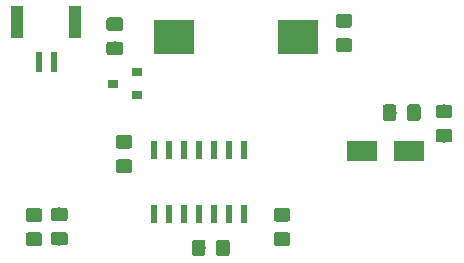
<source format=gbr>
G04 #@! TF.GenerationSoftware,KiCad,Pcbnew,(5.0.0)*
G04 #@! TF.CreationDate,2019-01-08T22:48:22-05:00*
G04 #@! TF.ProjectId,PoE PSE,506F45205053452E6B696361645F7063,rev?*
G04 #@! TF.SameCoordinates,Original*
G04 #@! TF.FileFunction,Paste,Top*
G04 #@! TF.FilePolarity,Positive*
%FSLAX46Y46*%
G04 Gerber Fmt 4.6, Leading zero omitted, Abs format (unit mm)*
G04 Created by KiCad (PCBNEW (5.0.0)) date 01/08/19 22:48:22*
%MOMM*%
%LPD*%
G01*
G04 APERTURE LIST*
%ADD10R,2.500000X1.700000*%
%ADD11R,3.500000X3.000000*%
%ADD12R,0.900000X0.800000*%
%ADD13C,0.100000*%
%ADD14C,1.150000*%
%ADD15R,0.600000X1.700000*%
%ADD16R,1.000000X2.800000*%
%ADD17R,0.600000X1.500000*%
G04 APERTURE END LIST*
D10*
G04 #@! TO.C,D3*
X144113000Y-107315000D03*
X140113000Y-107315000D03*
G04 #@! TD*
D11*
G04 #@! TO.C,L1*
X134686040Y-97693480D03*
X124186040Y-97693480D03*
G04 #@! TD*
D12*
G04 #@! TO.C,D2*
X121078500Y-102547460D03*
X121078500Y-100647460D03*
X119078500Y-101597460D03*
G04 #@! TD*
D13*
G04 #@! TO.C,C1*
G36*
X120449598Y-108008773D02*
X120473866Y-108012373D01*
X120497665Y-108018334D01*
X120520764Y-108026599D01*
X120542943Y-108037089D01*
X120563986Y-108049701D01*
X120583692Y-108064316D01*
X120601870Y-108080792D01*
X120618346Y-108098970D01*
X120632961Y-108118676D01*
X120645573Y-108139719D01*
X120656063Y-108161898D01*
X120664328Y-108184997D01*
X120670289Y-108208796D01*
X120673889Y-108233064D01*
X120675093Y-108257568D01*
X120675093Y-108907570D01*
X120673889Y-108932074D01*
X120670289Y-108956342D01*
X120664328Y-108980141D01*
X120656063Y-109003240D01*
X120645573Y-109025419D01*
X120632961Y-109046462D01*
X120618346Y-109066168D01*
X120601870Y-109084346D01*
X120583692Y-109100822D01*
X120563986Y-109115437D01*
X120542943Y-109128049D01*
X120520764Y-109138539D01*
X120497665Y-109146804D01*
X120473866Y-109152765D01*
X120449598Y-109156365D01*
X120425094Y-109157569D01*
X119525092Y-109157569D01*
X119500588Y-109156365D01*
X119476320Y-109152765D01*
X119452521Y-109146804D01*
X119429422Y-109138539D01*
X119407243Y-109128049D01*
X119386200Y-109115437D01*
X119366494Y-109100822D01*
X119348316Y-109084346D01*
X119331840Y-109066168D01*
X119317225Y-109046462D01*
X119304613Y-109025419D01*
X119294123Y-109003240D01*
X119285858Y-108980141D01*
X119279897Y-108956342D01*
X119276297Y-108932074D01*
X119275093Y-108907570D01*
X119275093Y-108257568D01*
X119276297Y-108233064D01*
X119279897Y-108208796D01*
X119285858Y-108184997D01*
X119294123Y-108161898D01*
X119304613Y-108139719D01*
X119317225Y-108118676D01*
X119331840Y-108098970D01*
X119348316Y-108080792D01*
X119366494Y-108064316D01*
X119386200Y-108049701D01*
X119407243Y-108037089D01*
X119429422Y-108026599D01*
X119452521Y-108018334D01*
X119476320Y-108012373D01*
X119500588Y-108008773D01*
X119525092Y-108007569D01*
X120425094Y-108007569D01*
X120449598Y-108008773D01*
X120449598Y-108008773D01*
G37*
D14*
X119975093Y-108582569D03*
D13*
G36*
X120449598Y-105958773D02*
X120473866Y-105962373D01*
X120497665Y-105968334D01*
X120520764Y-105976599D01*
X120542943Y-105987089D01*
X120563986Y-105999701D01*
X120583692Y-106014316D01*
X120601870Y-106030792D01*
X120618346Y-106048970D01*
X120632961Y-106068676D01*
X120645573Y-106089719D01*
X120656063Y-106111898D01*
X120664328Y-106134997D01*
X120670289Y-106158796D01*
X120673889Y-106183064D01*
X120675093Y-106207568D01*
X120675093Y-106857570D01*
X120673889Y-106882074D01*
X120670289Y-106906342D01*
X120664328Y-106930141D01*
X120656063Y-106953240D01*
X120645573Y-106975419D01*
X120632961Y-106996462D01*
X120618346Y-107016168D01*
X120601870Y-107034346D01*
X120583692Y-107050822D01*
X120563986Y-107065437D01*
X120542943Y-107078049D01*
X120520764Y-107088539D01*
X120497665Y-107096804D01*
X120473866Y-107102765D01*
X120449598Y-107106365D01*
X120425094Y-107107569D01*
X119525092Y-107107569D01*
X119500588Y-107106365D01*
X119476320Y-107102765D01*
X119452521Y-107096804D01*
X119429422Y-107088539D01*
X119407243Y-107078049D01*
X119386200Y-107065437D01*
X119366494Y-107050822D01*
X119348316Y-107034346D01*
X119331840Y-107016168D01*
X119317225Y-106996462D01*
X119304613Y-106975419D01*
X119294123Y-106953240D01*
X119285858Y-106930141D01*
X119279897Y-106906342D01*
X119276297Y-106882074D01*
X119275093Y-106857570D01*
X119275093Y-106207568D01*
X119276297Y-106183064D01*
X119279897Y-106158796D01*
X119285858Y-106134997D01*
X119294123Y-106111898D01*
X119304613Y-106089719D01*
X119317225Y-106068676D01*
X119331840Y-106048970D01*
X119348316Y-106030792D01*
X119366494Y-106014316D01*
X119386200Y-105999701D01*
X119407243Y-105987089D01*
X119429422Y-105976599D01*
X119452521Y-105968334D01*
X119476320Y-105962373D01*
X119500588Y-105958773D01*
X119525092Y-105957569D01*
X120425094Y-105957569D01*
X120449598Y-105958773D01*
X120449598Y-105958773D01*
G37*
D14*
X119975093Y-106532569D03*
G04 #@! TD*
D13*
G04 #@! TO.C,C2*
G36*
X112818705Y-112147484D02*
X112842973Y-112151084D01*
X112866772Y-112157045D01*
X112889871Y-112165310D01*
X112912050Y-112175800D01*
X112933093Y-112188412D01*
X112952799Y-112203027D01*
X112970977Y-112219503D01*
X112987453Y-112237681D01*
X113002068Y-112257387D01*
X113014680Y-112278430D01*
X113025170Y-112300609D01*
X113033435Y-112323708D01*
X113039396Y-112347507D01*
X113042996Y-112371775D01*
X113044200Y-112396279D01*
X113044200Y-113046281D01*
X113042996Y-113070785D01*
X113039396Y-113095053D01*
X113033435Y-113118852D01*
X113025170Y-113141951D01*
X113014680Y-113164130D01*
X113002068Y-113185173D01*
X112987453Y-113204879D01*
X112970977Y-113223057D01*
X112952799Y-113239533D01*
X112933093Y-113254148D01*
X112912050Y-113266760D01*
X112889871Y-113277250D01*
X112866772Y-113285515D01*
X112842973Y-113291476D01*
X112818705Y-113295076D01*
X112794201Y-113296280D01*
X111894199Y-113296280D01*
X111869695Y-113295076D01*
X111845427Y-113291476D01*
X111821628Y-113285515D01*
X111798529Y-113277250D01*
X111776350Y-113266760D01*
X111755307Y-113254148D01*
X111735601Y-113239533D01*
X111717423Y-113223057D01*
X111700947Y-113204879D01*
X111686332Y-113185173D01*
X111673720Y-113164130D01*
X111663230Y-113141951D01*
X111654965Y-113118852D01*
X111649004Y-113095053D01*
X111645404Y-113070785D01*
X111644200Y-113046281D01*
X111644200Y-112396279D01*
X111645404Y-112371775D01*
X111649004Y-112347507D01*
X111654965Y-112323708D01*
X111663230Y-112300609D01*
X111673720Y-112278430D01*
X111686332Y-112257387D01*
X111700947Y-112237681D01*
X111717423Y-112219503D01*
X111735601Y-112203027D01*
X111755307Y-112188412D01*
X111776350Y-112175800D01*
X111798529Y-112165310D01*
X111821628Y-112157045D01*
X111845427Y-112151084D01*
X111869695Y-112147484D01*
X111894199Y-112146280D01*
X112794201Y-112146280D01*
X112818705Y-112147484D01*
X112818705Y-112147484D01*
G37*
D14*
X112344200Y-112721280D03*
D13*
G36*
X112818705Y-114197484D02*
X112842973Y-114201084D01*
X112866772Y-114207045D01*
X112889871Y-114215310D01*
X112912050Y-114225800D01*
X112933093Y-114238412D01*
X112952799Y-114253027D01*
X112970977Y-114269503D01*
X112987453Y-114287681D01*
X113002068Y-114307387D01*
X113014680Y-114328430D01*
X113025170Y-114350609D01*
X113033435Y-114373708D01*
X113039396Y-114397507D01*
X113042996Y-114421775D01*
X113044200Y-114446279D01*
X113044200Y-115096281D01*
X113042996Y-115120785D01*
X113039396Y-115145053D01*
X113033435Y-115168852D01*
X113025170Y-115191951D01*
X113014680Y-115214130D01*
X113002068Y-115235173D01*
X112987453Y-115254879D01*
X112970977Y-115273057D01*
X112952799Y-115289533D01*
X112933093Y-115304148D01*
X112912050Y-115316760D01*
X112889871Y-115327250D01*
X112866772Y-115335515D01*
X112842973Y-115341476D01*
X112818705Y-115345076D01*
X112794201Y-115346280D01*
X111894199Y-115346280D01*
X111869695Y-115345076D01*
X111845427Y-115341476D01*
X111821628Y-115335515D01*
X111798529Y-115327250D01*
X111776350Y-115316760D01*
X111755307Y-115304148D01*
X111735601Y-115289533D01*
X111717423Y-115273057D01*
X111700947Y-115254879D01*
X111686332Y-115235173D01*
X111673720Y-115214130D01*
X111663230Y-115191951D01*
X111654965Y-115168852D01*
X111649004Y-115145053D01*
X111645404Y-115120785D01*
X111644200Y-115096281D01*
X111644200Y-114446279D01*
X111645404Y-114421775D01*
X111649004Y-114397507D01*
X111654965Y-114373708D01*
X111663230Y-114350609D01*
X111673720Y-114328430D01*
X111686332Y-114307387D01*
X111700947Y-114287681D01*
X111717423Y-114269503D01*
X111735601Y-114253027D01*
X111755307Y-114238412D01*
X111776350Y-114225800D01*
X111798529Y-114215310D01*
X111821628Y-114207045D01*
X111845427Y-114201084D01*
X111869695Y-114197484D01*
X111894199Y-114196280D01*
X112794201Y-114196280D01*
X112818705Y-114197484D01*
X112818705Y-114197484D01*
G37*
D14*
X112344200Y-114771280D03*
G04 #@! TD*
D13*
G04 #@! TO.C,C3*
G36*
X126651005Y-114807704D02*
X126675273Y-114811304D01*
X126699072Y-114817265D01*
X126722171Y-114825530D01*
X126744350Y-114836020D01*
X126765393Y-114848632D01*
X126785099Y-114863247D01*
X126803277Y-114879723D01*
X126819753Y-114897901D01*
X126834368Y-114917607D01*
X126846980Y-114938650D01*
X126857470Y-114960829D01*
X126865735Y-114983928D01*
X126871696Y-115007727D01*
X126875296Y-115031995D01*
X126876500Y-115056499D01*
X126876500Y-115956501D01*
X126875296Y-115981005D01*
X126871696Y-116005273D01*
X126865735Y-116029072D01*
X126857470Y-116052171D01*
X126846980Y-116074350D01*
X126834368Y-116095393D01*
X126819753Y-116115099D01*
X126803277Y-116133277D01*
X126785099Y-116149753D01*
X126765393Y-116164368D01*
X126744350Y-116176980D01*
X126722171Y-116187470D01*
X126699072Y-116195735D01*
X126675273Y-116201696D01*
X126651005Y-116205296D01*
X126626501Y-116206500D01*
X125976499Y-116206500D01*
X125951995Y-116205296D01*
X125927727Y-116201696D01*
X125903928Y-116195735D01*
X125880829Y-116187470D01*
X125858650Y-116176980D01*
X125837607Y-116164368D01*
X125817901Y-116149753D01*
X125799723Y-116133277D01*
X125783247Y-116115099D01*
X125768632Y-116095393D01*
X125756020Y-116074350D01*
X125745530Y-116052171D01*
X125737265Y-116029072D01*
X125731304Y-116005273D01*
X125727704Y-115981005D01*
X125726500Y-115956501D01*
X125726500Y-115056499D01*
X125727704Y-115031995D01*
X125731304Y-115007727D01*
X125737265Y-114983928D01*
X125745530Y-114960829D01*
X125756020Y-114938650D01*
X125768632Y-114917607D01*
X125783247Y-114897901D01*
X125799723Y-114879723D01*
X125817901Y-114863247D01*
X125837607Y-114848632D01*
X125858650Y-114836020D01*
X125880829Y-114825530D01*
X125903928Y-114817265D01*
X125927727Y-114811304D01*
X125951995Y-114807704D01*
X125976499Y-114806500D01*
X126626501Y-114806500D01*
X126651005Y-114807704D01*
X126651005Y-114807704D01*
G37*
D14*
X126301500Y-115506500D03*
D13*
G36*
X128701005Y-114807704D02*
X128725273Y-114811304D01*
X128749072Y-114817265D01*
X128772171Y-114825530D01*
X128794350Y-114836020D01*
X128815393Y-114848632D01*
X128835099Y-114863247D01*
X128853277Y-114879723D01*
X128869753Y-114897901D01*
X128884368Y-114917607D01*
X128896980Y-114938650D01*
X128907470Y-114960829D01*
X128915735Y-114983928D01*
X128921696Y-115007727D01*
X128925296Y-115031995D01*
X128926500Y-115056499D01*
X128926500Y-115956501D01*
X128925296Y-115981005D01*
X128921696Y-116005273D01*
X128915735Y-116029072D01*
X128907470Y-116052171D01*
X128896980Y-116074350D01*
X128884368Y-116095393D01*
X128869753Y-116115099D01*
X128853277Y-116133277D01*
X128835099Y-116149753D01*
X128815393Y-116164368D01*
X128794350Y-116176980D01*
X128772171Y-116187470D01*
X128749072Y-116195735D01*
X128725273Y-116201696D01*
X128701005Y-116205296D01*
X128676501Y-116206500D01*
X128026499Y-116206500D01*
X128001995Y-116205296D01*
X127977727Y-116201696D01*
X127953928Y-116195735D01*
X127930829Y-116187470D01*
X127908650Y-116176980D01*
X127887607Y-116164368D01*
X127867901Y-116149753D01*
X127849723Y-116133277D01*
X127833247Y-116115099D01*
X127818632Y-116095393D01*
X127806020Y-116074350D01*
X127795530Y-116052171D01*
X127787265Y-116029072D01*
X127781304Y-116005273D01*
X127777704Y-115981005D01*
X127776500Y-115956501D01*
X127776500Y-115056499D01*
X127777704Y-115031995D01*
X127781304Y-115007727D01*
X127787265Y-114983928D01*
X127795530Y-114960829D01*
X127806020Y-114938650D01*
X127818632Y-114917607D01*
X127833247Y-114897901D01*
X127849723Y-114879723D01*
X127867901Y-114863247D01*
X127887607Y-114848632D01*
X127908650Y-114836020D01*
X127930829Y-114825530D01*
X127953928Y-114817265D01*
X127977727Y-114811304D01*
X128001995Y-114807704D01*
X128026499Y-114806500D01*
X128676501Y-114806500D01*
X128701005Y-114807704D01*
X128701005Y-114807704D01*
G37*
D14*
X128351500Y-115506500D03*
G04 #@! TD*
D13*
G04 #@! TO.C,C4*
G36*
X133824505Y-112129704D02*
X133848773Y-112133304D01*
X133872572Y-112139265D01*
X133895671Y-112147530D01*
X133917850Y-112158020D01*
X133938893Y-112170632D01*
X133958599Y-112185247D01*
X133976777Y-112201723D01*
X133993253Y-112219901D01*
X134007868Y-112239607D01*
X134020480Y-112260650D01*
X134030970Y-112282829D01*
X134039235Y-112305928D01*
X134045196Y-112329727D01*
X134048796Y-112353995D01*
X134050000Y-112378499D01*
X134050000Y-113028501D01*
X134048796Y-113053005D01*
X134045196Y-113077273D01*
X134039235Y-113101072D01*
X134030970Y-113124171D01*
X134020480Y-113146350D01*
X134007868Y-113167393D01*
X133993253Y-113187099D01*
X133976777Y-113205277D01*
X133958599Y-113221753D01*
X133938893Y-113236368D01*
X133917850Y-113248980D01*
X133895671Y-113259470D01*
X133872572Y-113267735D01*
X133848773Y-113273696D01*
X133824505Y-113277296D01*
X133800001Y-113278500D01*
X132899999Y-113278500D01*
X132875495Y-113277296D01*
X132851227Y-113273696D01*
X132827428Y-113267735D01*
X132804329Y-113259470D01*
X132782150Y-113248980D01*
X132761107Y-113236368D01*
X132741401Y-113221753D01*
X132723223Y-113205277D01*
X132706747Y-113187099D01*
X132692132Y-113167393D01*
X132679520Y-113146350D01*
X132669030Y-113124171D01*
X132660765Y-113101072D01*
X132654804Y-113077273D01*
X132651204Y-113053005D01*
X132650000Y-113028501D01*
X132650000Y-112378499D01*
X132651204Y-112353995D01*
X132654804Y-112329727D01*
X132660765Y-112305928D01*
X132669030Y-112282829D01*
X132679520Y-112260650D01*
X132692132Y-112239607D01*
X132706747Y-112219901D01*
X132723223Y-112201723D01*
X132741401Y-112185247D01*
X132761107Y-112170632D01*
X132782150Y-112158020D01*
X132804329Y-112147530D01*
X132827428Y-112139265D01*
X132851227Y-112133304D01*
X132875495Y-112129704D01*
X132899999Y-112128500D01*
X133800001Y-112128500D01*
X133824505Y-112129704D01*
X133824505Y-112129704D01*
G37*
D14*
X133350000Y-112703500D03*
D13*
G36*
X133824505Y-114179704D02*
X133848773Y-114183304D01*
X133872572Y-114189265D01*
X133895671Y-114197530D01*
X133917850Y-114208020D01*
X133938893Y-114220632D01*
X133958599Y-114235247D01*
X133976777Y-114251723D01*
X133993253Y-114269901D01*
X134007868Y-114289607D01*
X134020480Y-114310650D01*
X134030970Y-114332829D01*
X134039235Y-114355928D01*
X134045196Y-114379727D01*
X134048796Y-114403995D01*
X134050000Y-114428499D01*
X134050000Y-115078501D01*
X134048796Y-115103005D01*
X134045196Y-115127273D01*
X134039235Y-115151072D01*
X134030970Y-115174171D01*
X134020480Y-115196350D01*
X134007868Y-115217393D01*
X133993253Y-115237099D01*
X133976777Y-115255277D01*
X133958599Y-115271753D01*
X133938893Y-115286368D01*
X133917850Y-115298980D01*
X133895671Y-115309470D01*
X133872572Y-115317735D01*
X133848773Y-115323696D01*
X133824505Y-115327296D01*
X133800001Y-115328500D01*
X132899999Y-115328500D01*
X132875495Y-115327296D01*
X132851227Y-115323696D01*
X132827428Y-115317735D01*
X132804329Y-115309470D01*
X132782150Y-115298980D01*
X132761107Y-115286368D01*
X132741401Y-115271753D01*
X132723223Y-115255277D01*
X132706747Y-115237099D01*
X132692132Y-115217393D01*
X132679520Y-115196350D01*
X132669030Y-115174171D01*
X132660765Y-115151072D01*
X132654804Y-115127273D01*
X132651204Y-115103005D01*
X132650000Y-115078501D01*
X132650000Y-114428499D01*
X132651204Y-114403995D01*
X132654804Y-114379727D01*
X132660765Y-114355928D01*
X132669030Y-114332829D01*
X132679520Y-114310650D01*
X132692132Y-114289607D01*
X132706747Y-114269901D01*
X132723223Y-114251723D01*
X132741401Y-114235247D01*
X132761107Y-114220632D01*
X132782150Y-114208020D01*
X132804329Y-114197530D01*
X132827428Y-114189265D01*
X132851227Y-114183304D01*
X132875495Y-114179704D01*
X132899999Y-114178500D01*
X133800001Y-114178500D01*
X133824505Y-114179704D01*
X133824505Y-114179704D01*
G37*
D14*
X133350000Y-114753500D03*
G04 #@! TD*
D13*
G04 #@! TO.C,C5*
G36*
X147545585Y-105437024D02*
X147569853Y-105440624D01*
X147593652Y-105446585D01*
X147616751Y-105454850D01*
X147638930Y-105465340D01*
X147659973Y-105477952D01*
X147679679Y-105492567D01*
X147697857Y-105509043D01*
X147714333Y-105527221D01*
X147728948Y-105546927D01*
X147741560Y-105567970D01*
X147752050Y-105590149D01*
X147760315Y-105613248D01*
X147766276Y-105637047D01*
X147769876Y-105661315D01*
X147771080Y-105685819D01*
X147771080Y-106335821D01*
X147769876Y-106360325D01*
X147766276Y-106384593D01*
X147760315Y-106408392D01*
X147752050Y-106431491D01*
X147741560Y-106453670D01*
X147728948Y-106474713D01*
X147714333Y-106494419D01*
X147697857Y-106512597D01*
X147679679Y-106529073D01*
X147659973Y-106543688D01*
X147638930Y-106556300D01*
X147616751Y-106566790D01*
X147593652Y-106575055D01*
X147569853Y-106581016D01*
X147545585Y-106584616D01*
X147521081Y-106585820D01*
X146621079Y-106585820D01*
X146596575Y-106584616D01*
X146572307Y-106581016D01*
X146548508Y-106575055D01*
X146525409Y-106566790D01*
X146503230Y-106556300D01*
X146482187Y-106543688D01*
X146462481Y-106529073D01*
X146444303Y-106512597D01*
X146427827Y-106494419D01*
X146413212Y-106474713D01*
X146400600Y-106453670D01*
X146390110Y-106431491D01*
X146381845Y-106408392D01*
X146375884Y-106384593D01*
X146372284Y-106360325D01*
X146371080Y-106335821D01*
X146371080Y-105685819D01*
X146372284Y-105661315D01*
X146375884Y-105637047D01*
X146381845Y-105613248D01*
X146390110Y-105590149D01*
X146400600Y-105567970D01*
X146413212Y-105546927D01*
X146427827Y-105527221D01*
X146444303Y-105509043D01*
X146462481Y-105492567D01*
X146482187Y-105477952D01*
X146503230Y-105465340D01*
X146525409Y-105454850D01*
X146548508Y-105446585D01*
X146572307Y-105440624D01*
X146596575Y-105437024D01*
X146621079Y-105435820D01*
X147521081Y-105435820D01*
X147545585Y-105437024D01*
X147545585Y-105437024D01*
G37*
D14*
X147071080Y-106010820D03*
D13*
G36*
X147545585Y-103387024D02*
X147569853Y-103390624D01*
X147593652Y-103396585D01*
X147616751Y-103404850D01*
X147638930Y-103415340D01*
X147659973Y-103427952D01*
X147679679Y-103442567D01*
X147697857Y-103459043D01*
X147714333Y-103477221D01*
X147728948Y-103496927D01*
X147741560Y-103517970D01*
X147752050Y-103540149D01*
X147760315Y-103563248D01*
X147766276Y-103587047D01*
X147769876Y-103611315D01*
X147771080Y-103635819D01*
X147771080Y-104285821D01*
X147769876Y-104310325D01*
X147766276Y-104334593D01*
X147760315Y-104358392D01*
X147752050Y-104381491D01*
X147741560Y-104403670D01*
X147728948Y-104424713D01*
X147714333Y-104444419D01*
X147697857Y-104462597D01*
X147679679Y-104479073D01*
X147659973Y-104493688D01*
X147638930Y-104506300D01*
X147616751Y-104516790D01*
X147593652Y-104525055D01*
X147569853Y-104531016D01*
X147545585Y-104534616D01*
X147521081Y-104535820D01*
X146621079Y-104535820D01*
X146596575Y-104534616D01*
X146572307Y-104531016D01*
X146548508Y-104525055D01*
X146525409Y-104516790D01*
X146503230Y-104506300D01*
X146482187Y-104493688D01*
X146462481Y-104479073D01*
X146444303Y-104462597D01*
X146427827Y-104444419D01*
X146413212Y-104424713D01*
X146400600Y-104403670D01*
X146390110Y-104381491D01*
X146381845Y-104358392D01*
X146375884Y-104334593D01*
X146372284Y-104310325D01*
X146371080Y-104285821D01*
X146371080Y-103635819D01*
X146372284Y-103611315D01*
X146375884Y-103587047D01*
X146381845Y-103563248D01*
X146390110Y-103540149D01*
X146400600Y-103517970D01*
X146413212Y-103496927D01*
X146427827Y-103477221D01*
X146444303Y-103459043D01*
X146462481Y-103442567D01*
X146482187Y-103427952D01*
X146503230Y-103415340D01*
X146525409Y-103404850D01*
X146548508Y-103396585D01*
X146572307Y-103390624D01*
X146596575Y-103387024D01*
X146621079Y-103385820D01*
X147521081Y-103385820D01*
X147545585Y-103387024D01*
X147545585Y-103387024D01*
G37*
D14*
X147071080Y-103960820D03*
G04 #@! TD*
D13*
G04 #@! TO.C,D1*
G36*
X119664005Y-95988004D02*
X119688273Y-95991604D01*
X119712072Y-95997565D01*
X119735171Y-96005830D01*
X119757350Y-96016320D01*
X119778393Y-96028932D01*
X119798099Y-96043547D01*
X119816277Y-96060023D01*
X119832753Y-96078201D01*
X119847368Y-96097907D01*
X119859980Y-96118950D01*
X119870470Y-96141129D01*
X119878735Y-96164228D01*
X119884696Y-96188027D01*
X119888296Y-96212295D01*
X119889500Y-96236799D01*
X119889500Y-96886801D01*
X119888296Y-96911305D01*
X119884696Y-96935573D01*
X119878735Y-96959372D01*
X119870470Y-96982471D01*
X119859980Y-97004650D01*
X119847368Y-97025693D01*
X119832753Y-97045399D01*
X119816277Y-97063577D01*
X119798099Y-97080053D01*
X119778393Y-97094668D01*
X119757350Y-97107280D01*
X119735171Y-97117770D01*
X119712072Y-97126035D01*
X119688273Y-97131996D01*
X119664005Y-97135596D01*
X119639501Y-97136800D01*
X118739499Y-97136800D01*
X118714995Y-97135596D01*
X118690727Y-97131996D01*
X118666928Y-97126035D01*
X118643829Y-97117770D01*
X118621650Y-97107280D01*
X118600607Y-97094668D01*
X118580901Y-97080053D01*
X118562723Y-97063577D01*
X118546247Y-97045399D01*
X118531632Y-97025693D01*
X118519020Y-97004650D01*
X118508530Y-96982471D01*
X118500265Y-96959372D01*
X118494304Y-96935573D01*
X118490704Y-96911305D01*
X118489500Y-96886801D01*
X118489500Y-96236799D01*
X118490704Y-96212295D01*
X118494304Y-96188027D01*
X118500265Y-96164228D01*
X118508530Y-96141129D01*
X118519020Y-96118950D01*
X118531632Y-96097907D01*
X118546247Y-96078201D01*
X118562723Y-96060023D01*
X118580901Y-96043547D01*
X118600607Y-96028932D01*
X118621650Y-96016320D01*
X118643829Y-96005830D01*
X118666928Y-95997565D01*
X118690727Y-95991604D01*
X118714995Y-95988004D01*
X118739499Y-95986800D01*
X119639501Y-95986800D01*
X119664005Y-95988004D01*
X119664005Y-95988004D01*
G37*
D14*
X119189500Y-96561800D03*
D13*
G36*
X119664005Y-98038004D02*
X119688273Y-98041604D01*
X119712072Y-98047565D01*
X119735171Y-98055830D01*
X119757350Y-98066320D01*
X119778393Y-98078932D01*
X119798099Y-98093547D01*
X119816277Y-98110023D01*
X119832753Y-98128201D01*
X119847368Y-98147907D01*
X119859980Y-98168950D01*
X119870470Y-98191129D01*
X119878735Y-98214228D01*
X119884696Y-98238027D01*
X119888296Y-98262295D01*
X119889500Y-98286799D01*
X119889500Y-98936801D01*
X119888296Y-98961305D01*
X119884696Y-98985573D01*
X119878735Y-99009372D01*
X119870470Y-99032471D01*
X119859980Y-99054650D01*
X119847368Y-99075693D01*
X119832753Y-99095399D01*
X119816277Y-99113577D01*
X119798099Y-99130053D01*
X119778393Y-99144668D01*
X119757350Y-99157280D01*
X119735171Y-99167770D01*
X119712072Y-99176035D01*
X119688273Y-99181996D01*
X119664005Y-99185596D01*
X119639501Y-99186800D01*
X118739499Y-99186800D01*
X118714995Y-99185596D01*
X118690727Y-99181996D01*
X118666928Y-99176035D01*
X118643829Y-99167770D01*
X118621650Y-99157280D01*
X118600607Y-99144668D01*
X118580901Y-99130053D01*
X118562723Y-99113577D01*
X118546247Y-99095399D01*
X118531632Y-99075693D01*
X118519020Y-99054650D01*
X118508530Y-99032471D01*
X118500265Y-99009372D01*
X118494304Y-98985573D01*
X118490704Y-98961305D01*
X118489500Y-98936801D01*
X118489500Y-98286799D01*
X118490704Y-98262295D01*
X118494304Y-98238027D01*
X118500265Y-98214228D01*
X118508530Y-98191129D01*
X118519020Y-98168950D01*
X118531632Y-98147907D01*
X118546247Y-98128201D01*
X118562723Y-98110023D01*
X118580901Y-98093547D01*
X118600607Y-98078932D01*
X118621650Y-98066320D01*
X118643829Y-98055830D01*
X118666928Y-98047565D01*
X118690727Y-98041604D01*
X118714995Y-98038004D01*
X118739499Y-98036800D01*
X119639501Y-98036800D01*
X119664005Y-98038004D01*
X119664005Y-98038004D01*
G37*
D14*
X119189500Y-98611800D03*
G04 #@! TD*
D13*
G04 #@! TO.C,F1*
G36*
X144866725Y-103357384D02*
X144890993Y-103360984D01*
X144914792Y-103366945D01*
X144937891Y-103375210D01*
X144960070Y-103385700D01*
X144981113Y-103398312D01*
X145000819Y-103412927D01*
X145018997Y-103429403D01*
X145035473Y-103447581D01*
X145050088Y-103467287D01*
X145062700Y-103488330D01*
X145073190Y-103510509D01*
X145081455Y-103533608D01*
X145087416Y-103557407D01*
X145091016Y-103581675D01*
X145092220Y-103606179D01*
X145092220Y-104506181D01*
X145091016Y-104530685D01*
X145087416Y-104554953D01*
X145081455Y-104578752D01*
X145073190Y-104601851D01*
X145062700Y-104624030D01*
X145050088Y-104645073D01*
X145035473Y-104664779D01*
X145018997Y-104682957D01*
X145000819Y-104699433D01*
X144981113Y-104714048D01*
X144960070Y-104726660D01*
X144937891Y-104737150D01*
X144914792Y-104745415D01*
X144890993Y-104751376D01*
X144866725Y-104754976D01*
X144842221Y-104756180D01*
X144192219Y-104756180D01*
X144167715Y-104754976D01*
X144143447Y-104751376D01*
X144119648Y-104745415D01*
X144096549Y-104737150D01*
X144074370Y-104726660D01*
X144053327Y-104714048D01*
X144033621Y-104699433D01*
X144015443Y-104682957D01*
X143998967Y-104664779D01*
X143984352Y-104645073D01*
X143971740Y-104624030D01*
X143961250Y-104601851D01*
X143952985Y-104578752D01*
X143947024Y-104554953D01*
X143943424Y-104530685D01*
X143942220Y-104506181D01*
X143942220Y-103606179D01*
X143943424Y-103581675D01*
X143947024Y-103557407D01*
X143952985Y-103533608D01*
X143961250Y-103510509D01*
X143971740Y-103488330D01*
X143984352Y-103467287D01*
X143998967Y-103447581D01*
X144015443Y-103429403D01*
X144033621Y-103412927D01*
X144053327Y-103398312D01*
X144074370Y-103385700D01*
X144096549Y-103375210D01*
X144119648Y-103366945D01*
X144143447Y-103360984D01*
X144167715Y-103357384D01*
X144192219Y-103356180D01*
X144842221Y-103356180D01*
X144866725Y-103357384D01*
X144866725Y-103357384D01*
G37*
D14*
X144517220Y-104056180D03*
D13*
G36*
X142816725Y-103357384D02*
X142840993Y-103360984D01*
X142864792Y-103366945D01*
X142887891Y-103375210D01*
X142910070Y-103385700D01*
X142931113Y-103398312D01*
X142950819Y-103412927D01*
X142968997Y-103429403D01*
X142985473Y-103447581D01*
X143000088Y-103467287D01*
X143012700Y-103488330D01*
X143023190Y-103510509D01*
X143031455Y-103533608D01*
X143037416Y-103557407D01*
X143041016Y-103581675D01*
X143042220Y-103606179D01*
X143042220Y-104506181D01*
X143041016Y-104530685D01*
X143037416Y-104554953D01*
X143031455Y-104578752D01*
X143023190Y-104601851D01*
X143012700Y-104624030D01*
X143000088Y-104645073D01*
X142985473Y-104664779D01*
X142968997Y-104682957D01*
X142950819Y-104699433D01*
X142931113Y-104714048D01*
X142910070Y-104726660D01*
X142887891Y-104737150D01*
X142864792Y-104745415D01*
X142840993Y-104751376D01*
X142816725Y-104754976D01*
X142792221Y-104756180D01*
X142142219Y-104756180D01*
X142117715Y-104754976D01*
X142093447Y-104751376D01*
X142069648Y-104745415D01*
X142046549Y-104737150D01*
X142024370Y-104726660D01*
X142003327Y-104714048D01*
X141983621Y-104699433D01*
X141965443Y-104682957D01*
X141948967Y-104664779D01*
X141934352Y-104645073D01*
X141921740Y-104624030D01*
X141911250Y-104601851D01*
X141902985Y-104578752D01*
X141897024Y-104554953D01*
X141893424Y-104530685D01*
X141892220Y-104506181D01*
X141892220Y-103606179D01*
X141893424Y-103581675D01*
X141897024Y-103557407D01*
X141902985Y-103533608D01*
X141911250Y-103510509D01*
X141921740Y-103488330D01*
X141934352Y-103467287D01*
X141948967Y-103447581D01*
X141965443Y-103429403D01*
X141983621Y-103412927D01*
X142003327Y-103398312D01*
X142024370Y-103385700D01*
X142046549Y-103375210D01*
X142069648Y-103366945D01*
X142093447Y-103360984D01*
X142117715Y-103357384D01*
X142142219Y-103356180D01*
X142792221Y-103356180D01*
X142816725Y-103357384D01*
X142816725Y-103357384D01*
G37*
D14*
X142467220Y-104056180D03*
G04 #@! TD*
D15*
G04 #@! TO.C,J2*
X112765680Y-99750160D03*
X114015680Y-99750160D03*
D16*
X110915680Y-96400160D03*
X115865680Y-96400160D03*
G04 #@! TD*
D13*
G04 #@! TO.C,R1*
G36*
X139067065Y-95703524D02*
X139091333Y-95707124D01*
X139115132Y-95713085D01*
X139138231Y-95721350D01*
X139160410Y-95731840D01*
X139181453Y-95744452D01*
X139201159Y-95759067D01*
X139219337Y-95775543D01*
X139235813Y-95793721D01*
X139250428Y-95813427D01*
X139263040Y-95834470D01*
X139273530Y-95856649D01*
X139281795Y-95879748D01*
X139287756Y-95903547D01*
X139291356Y-95927815D01*
X139292560Y-95952319D01*
X139292560Y-96602321D01*
X139291356Y-96626825D01*
X139287756Y-96651093D01*
X139281795Y-96674892D01*
X139273530Y-96697991D01*
X139263040Y-96720170D01*
X139250428Y-96741213D01*
X139235813Y-96760919D01*
X139219337Y-96779097D01*
X139201159Y-96795573D01*
X139181453Y-96810188D01*
X139160410Y-96822800D01*
X139138231Y-96833290D01*
X139115132Y-96841555D01*
X139091333Y-96847516D01*
X139067065Y-96851116D01*
X139042561Y-96852320D01*
X138142559Y-96852320D01*
X138118055Y-96851116D01*
X138093787Y-96847516D01*
X138069988Y-96841555D01*
X138046889Y-96833290D01*
X138024710Y-96822800D01*
X138003667Y-96810188D01*
X137983961Y-96795573D01*
X137965783Y-96779097D01*
X137949307Y-96760919D01*
X137934692Y-96741213D01*
X137922080Y-96720170D01*
X137911590Y-96697991D01*
X137903325Y-96674892D01*
X137897364Y-96651093D01*
X137893764Y-96626825D01*
X137892560Y-96602321D01*
X137892560Y-95952319D01*
X137893764Y-95927815D01*
X137897364Y-95903547D01*
X137903325Y-95879748D01*
X137911590Y-95856649D01*
X137922080Y-95834470D01*
X137934692Y-95813427D01*
X137949307Y-95793721D01*
X137965783Y-95775543D01*
X137983961Y-95759067D01*
X138003667Y-95744452D01*
X138024710Y-95731840D01*
X138046889Y-95721350D01*
X138069988Y-95713085D01*
X138093787Y-95707124D01*
X138118055Y-95703524D01*
X138142559Y-95702320D01*
X139042561Y-95702320D01*
X139067065Y-95703524D01*
X139067065Y-95703524D01*
G37*
D14*
X138592560Y-96277320D03*
D13*
G36*
X139067065Y-97753524D02*
X139091333Y-97757124D01*
X139115132Y-97763085D01*
X139138231Y-97771350D01*
X139160410Y-97781840D01*
X139181453Y-97794452D01*
X139201159Y-97809067D01*
X139219337Y-97825543D01*
X139235813Y-97843721D01*
X139250428Y-97863427D01*
X139263040Y-97884470D01*
X139273530Y-97906649D01*
X139281795Y-97929748D01*
X139287756Y-97953547D01*
X139291356Y-97977815D01*
X139292560Y-98002319D01*
X139292560Y-98652321D01*
X139291356Y-98676825D01*
X139287756Y-98701093D01*
X139281795Y-98724892D01*
X139273530Y-98747991D01*
X139263040Y-98770170D01*
X139250428Y-98791213D01*
X139235813Y-98810919D01*
X139219337Y-98829097D01*
X139201159Y-98845573D01*
X139181453Y-98860188D01*
X139160410Y-98872800D01*
X139138231Y-98883290D01*
X139115132Y-98891555D01*
X139091333Y-98897516D01*
X139067065Y-98901116D01*
X139042561Y-98902320D01*
X138142559Y-98902320D01*
X138118055Y-98901116D01*
X138093787Y-98897516D01*
X138069988Y-98891555D01*
X138046889Y-98883290D01*
X138024710Y-98872800D01*
X138003667Y-98860188D01*
X137983961Y-98845573D01*
X137965783Y-98829097D01*
X137949307Y-98810919D01*
X137934692Y-98791213D01*
X137922080Y-98770170D01*
X137911590Y-98747991D01*
X137903325Y-98724892D01*
X137897364Y-98701093D01*
X137893764Y-98676825D01*
X137892560Y-98652321D01*
X137892560Y-98002319D01*
X137893764Y-97977815D01*
X137897364Y-97953547D01*
X137903325Y-97929748D01*
X137911590Y-97906649D01*
X137922080Y-97884470D01*
X137934692Y-97863427D01*
X137949307Y-97843721D01*
X137965783Y-97825543D01*
X137983961Y-97809067D01*
X138003667Y-97794452D01*
X138024710Y-97781840D01*
X138046889Y-97771350D01*
X138069988Y-97763085D01*
X138093787Y-97757124D01*
X138118055Y-97753524D01*
X138142559Y-97752320D01*
X139042561Y-97752320D01*
X139067065Y-97753524D01*
X139067065Y-97753524D01*
G37*
D14*
X138592560Y-98327320D03*
G04 #@! TD*
D13*
G04 #@! TO.C,R2*
G36*
X114980245Y-114158004D02*
X115004513Y-114161604D01*
X115028312Y-114167565D01*
X115051411Y-114175830D01*
X115073590Y-114186320D01*
X115094633Y-114198932D01*
X115114339Y-114213547D01*
X115132517Y-114230023D01*
X115148993Y-114248201D01*
X115163608Y-114267907D01*
X115176220Y-114288950D01*
X115186710Y-114311129D01*
X115194975Y-114334228D01*
X115200936Y-114358027D01*
X115204536Y-114382295D01*
X115205740Y-114406799D01*
X115205740Y-115056801D01*
X115204536Y-115081305D01*
X115200936Y-115105573D01*
X115194975Y-115129372D01*
X115186710Y-115152471D01*
X115176220Y-115174650D01*
X115163608Y-115195693D01*
X115148993Y-115215399D01*
X115132517Y-115233577D01*
X115114339Y-115250053D01*
X115094633Y-115264668D01*
X115073590Y-115277280D01*
X115051411Y-115287770D01*
X115028312Y-115296035D01*
X115004513Y-115301996D01*
X114980245Y-115305596D01*
X114955741Y-115306800D01*
X114055739Y-115306800D01*
X114031235Y-115305596D01*
X114006967Y-115301996D01*
X113983168Y-115296035D01*
X113960069Y-115287770D01*
X113937890Y-115277280D01*
X113916847Y-115264668D01*
X113897141Y-115250053D01*
X113878963Y-115233577D01*
X113862487Y-115215399D01*
X113847872Y-115195693D01*
X113835260Y-115174650D01*
X113824770Y-115152471D01*
X113816505Y-115129372D01*
X113810544Y-115105573D01*
X113806944Y-115081305D01*
X113805740Y-115056801D01*
X113805740Y-114406799D01*
X113806944Y-114382295D01*
X113810544Y-114358027D01*
X113816505Y-114334228D01*
X113824770Y-114311129D01*
X113835260Y-114288950D01*
X113847872Y-114267907D01*
X113862487Y-114248201D01*
X113878963Y-114230023D01*
X113897141Y-114213547D01*
X113916847Y-114198932D01*
X113937890Y-114186320D01*
X113960069Y-114175830D01*
X113983168Y-114167565D01*
X114006967Y-114161604D01*
X114031235Y-114158004D01*
X114055739Y-114156800D01*
X114955741Y-114156800D01*
X114980245Y-114158004D01*
X114980245Y-114158004D01*
G37*
D14*
X114505740Y-114731800D03*
D13*
G36*
X114980245Y-112108004D02*
X115004513Y-112111604D01*
X115028312Y-112117565D01*
X115051411Y-112125830D01*
X115073590Y-112136320D01*
X115094633Y-112148932D01*
X115114339Y-112163547D01*
X115132517Y-112180023D01*
X115148993Y-112198201D01*
X115163608Y-112217907D01*
X115176220Y-112238950D01*
X115186710Y-112261129D01*
X115194975Y-112284228D01*
X115200936Y-112308027D01*
X115204536Y-112332295D01*
X115205740Y-112356799D01*
X115205740Y-113006801D01*
X115204536Y-113031305D01*
X115200936Y-113055573D01*
X115194975Y-113079372D01*
X115186710Y-113102471D01*
X115176220Y-113124650D01*
X115163608Y-113145693D01*
X115148993Y-113165399D01*
X115132517Y-113183577D01*
X115114339Y-113200053D01*
X115094633Y-113214668D01*
X115073590Y-113227280D01*
X115051411Y-113237770D01*
X115028312Y-113246035D01*
X115004513Y-113251996D01*
X114980245Y-113255596D01*
X114955741Y-113256800D01*
X114055739Y-113256800D01*
X114031235Y-113255596D01*
X114006967Y-113251996D01*
X113983168Y-113246035D01*
X113960069Y-113237770D01*
X113937890Y-113227280D01*
X113916847Y-113214668D01*
X113897141Y-113200053D01*
X113878963Y-113183577D01*
X113862487Y-113165399D01*
X113847872Y-113145693D01*
X113835260Y-113124650D01*
X113824770Y-113102471D01*
X113816505Y-113079372D01*
X113810544Y-113055573D01*
X113806944Y-113031305D01*
X113805740Y-113006801D01*
X113805740Y-112356799D01*
X113806944Y-112332295D01*
X113810544Y-112308027D01*
X113816505Y-112284228D01*
X113824770Y-112261129D01*
X113835260Y-112238950D01*
X113847872Y-112217907D01*
X113862487Y-112198201D01*
X113878963Y-112180023D01*
X113897141Y-112163547D01*
X113916847Y-112148932D01*
X113937890Y-112136320D01*
X113960069Y-112125830D01*
X113983168Y-112117565D01*
X114006967Y-112111604D01*
X114031235Y-112108004D01*
X114055739Y-112106800D01*
X114955741Y-112106800D01*
X114980245Y-112108004D01*
X114980245Y-112108004D01*
G37*
D14*
X114505740Y-112681800D03*
G04 #@! TD*
D17*
G04 #@! TO.C,U1*
X130111500Y-107218500D03*
X128841500Y-107218500D03*
X127571500Y-107218500D03*
X126301500Y-107218500D03*
X125031500Y-107218500D03*
X123761500Y-107218500D03*
X122491500Y-107218500D03*
X122491500Y-112618500D03*
X123761500Y-112618500D03*
X125031500Y-112618500D03*
X126301500Y-112618500D03*
X127571500Y-112618500D03*
X128841500Y-112618500D03*
X130111500Y-112618500D03*
G04 #@! TD*
M02*

</source>
